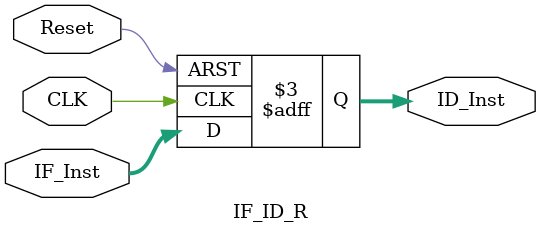
<source format=v>
`timescale 1ns / 1ps
module IF_ID_R(
	IF_Inst, 
	ID_Inst, 
	CLK, 
	Reset
);
input [31:0] IF_Inst;
input CLK, Reset;
output [31:0] ID_Inst;
reg [31:0] ID_Inst;
always @ (negedge Reset or posedge CLK)
	if (Reset == 0)
	begin
		ID_Inst <= 0;
	end
	else
	begin
		ID_Inst <= IF_Inst;
	end
endmodule

</source>
